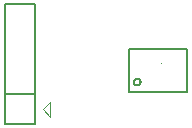
<source format=gto>
G04 ( created by brdgerber.py ( brdgerber.py v0.1 2014-03-12 ) ) date 2020-09-29 22:27:33 EDT*
G04 Gerber Fmt 3.4, Leading zero omitted, Abs format*
%MOIN*%
%FSLAX34Y34*%
G01*
G70*
G90*
G04 APERTURE LIST*
%ADD11C,0.1500*%
%ADD18C,0.0600*%
%ADD12C,0.0000*%
%ADD19C,0.0024*%
%ADD16R,0.0629X0.0709*%
%ADD14C,0.0080*%
%ADD13R,0.0236X0.0866*%
%ADD15C,0.0050*%
%ADD10C,0.0200*%
%ADD17C,0.0060*%
G04 APERTURE END LIST*
G54D11*
D12*
G01X-30800Y12800D02*
G01X-30800Y12800D01*
D12*
G01X-30800Y12800D02*
G01X-30800Y12800D01*
D12*
G01X-30800Y12800D02*
G01X-30800Y12800D01*
G01X-30800Y12800D01*
G01X-30800Y12800D01*
G01X-30800Y12800D01*
G01X-30800Y12800D01*
G01X-30800Y12800D01*
G01X-30800Y12800D01*
G01X-30800Y12800D01*
G01X-30800Y12800D01*
G01X-30800Y12800D01*
G01X-30800Y12800D01*
G01X-30800Y12800D01*
G01X-30800Y12800D01*
G01X-30800Y12800D01*
G01X-30800Y12800D01*
D12*
G01X-30800Y12800D02*
G01X-30800Y12800D01*
G01X-30800Y12800D01*
G01X-30800Y12800D01*
G01X-30800Y12800D01*
G01X-30800Y12800D01*
G01X-30800Y12800D01*
G01X-30800Y12800D01*
G01X-30800Y12800D01*
G01X-30800Y12800D01*
G01X-30800Y12800D01*
G01X-30800Y12800D01*
D12*
G01X-30800Y12800D02*
G01X-30800Y12800D01*
D12*
G01X-30800Y12800D02*
G01X-30800Y12800D01*
G01X-30800Y12800D01*
G01X-30800Y12800D01*
G01X-30800Y12800D01*
D12*
G01X-30800Y12800D02*
G01X-30800Y12800D01*
G01X-30800Y12800D01*
G01X-30800Y12800D01*
G01X-30800Y12800D01*
G01X-30800Y12800D01*
G01X-30800Y12800D01*
G01X-30800Y12800D01*
G01X-30800Y12800D01*
G01X-30800Y12800D01*
G01X-30800Y12800D01*
G01X-30800Y12800D01*
G01X-30800Y12800D01*
D12*
G01X-30800Y12800D02*
G01X-30800Y12800D01*
G01X-30800Y12800D01*
G01X-30800Y12800D01*
G01X-30800Y12800D01*
D15*
G01X-31884Y13258D02*
G01X-29956Y13258D01*
D15*
G01X-29956Y13258D02*
G01X-29956Y11802D01*
D15*
G01X-29956Y11802D02*
G01X-31884Y11802D01*
D15*
G01X-31884Y11802D02*
G01X-31884Y13258D01*
D15*
G01X-31497Y12157D02*
G01X-31497Y12157D01*
G01X-31497Y12160D01*
G01X-31497Y12162D01*
G01X-31497Y12165D01*
G01X-31498Y12168D01*
G01X-31498Y12171D01*
G01X-31498Y12173D01*
G01X-31499Y12176D01*
G01X-31499Y12179D01*
G01X-31500Y12181D01*
G01X-31500Y12184D01*
G01X-31501Y12187D01*
G01X-31502Y12189D01*
G01X-31503Y12192D01*
G01X-31503Y12194D01*
G01X-31504Y12197D01*
G01X-31505Y12199D01*
G01X-31507Y12202D01*
G01X-31508Y12204D01*
G01X-31509Y12207D01*
G01X-31510Y12209D01*
G01X-31511Y12212D01*
G01X-31513Y12214D01*
G01X-31514Y12216D01*
G01X-31516Y12219D01*
G01X-31517Y12221D01*
G01X-31519Y12223D01*
G01X-31520Y12225D01*
G01X-31522Y12227D01*
G01X-31524Y12230D01*
G01X-31526Y12232D01*
G01X-31528Y12234D01*
G01X-31530Y12235D01*
G01X-31531Y12237D01*
G01X-31533Y12239D01*
G01X-31535Y12241D01*
G01X-31538Y12243D01*
G01X-31540Y12245D01*
G01X-31542Y12246D01*
G01X-31544Y12248D01*
G01X-31546Y12249D01*
G01X-31549Y12251D01*
G01X-31551Y12252D01*
G01X-31553Y12254D01*
G01X-31556Y12255D01*
G01X-31558Y12256D01*
G01X-31561Y12257D01*
G01X-31563Y12258D01*
G01X-31566Y12260D01*
G01X-31568Y12261D01*
G01X-31571Y12262D01*
G01X-31573Y12262D01*
G01X-31576Y12263D01*
G01X-31578Y12264D01*
G01X-31581Y12265D01*
G01X-31584Y12265D01*
G01X-31586Y12266D01*
G01X-31589Y12266D01*
G01X-31592Y12267D01*
G01X-31594Y12267D01*
G01X-31597Y12267D01*
G01X-31600Y12268D01*
G01X-31603Y12268D01*
G01X-31605Y12268D01*
G01X-31608Y12268D01*
G01X-31611Y12268D01*
G01X-31613Y12268D01*
G01X-31616Y12268D01*
G01X-31619Y12267D01*
G01X-31622Y12267D01*
G01X-31624Y12267D01*
G01X-31627Y12266D01*
G01X-31630Y12266D01*
G01X-31632Y12265D01*
G01X-31635Y12265D01*
G01X-31638Y12264D01*
G01X-31640Y12263D01*
G01X-31643Y12262D01*
G01X-31645Y12262D01*
G01X-31648Y12261D01*
G01X-31650Y12260D01*
G01X-31653Y12258D01*
G01X-31655Y12257D01*
G01X-31658Y12256D01*
G01X-31660Y12255D01*
G01X-31663Y12254D01*
G01X-31665Y12252D01*
G01X-31667Y12251D01*
G01X-31670Y12249D01*
G01X-31672Y12248D01*
G01X-31674Y12246D01*
G01X-31676Y12245D01*
G01X-31678Y12243D01*
G01X-31681Y12241D01*
G01X-31683Y12239D01*
G01X-31685Y12237D01*
G01X-31686Y12235D01*
G01X-31688Y12234D01*
G01X-31690Y12232D01*
G01X-31692Y12230D01*
G01X-31694Y12227D01*
G01X-31696Y12225D01*
G01X-31697Y12223D01*
G01X-31699Y12221D01*
G01X-31700Y12219D01*
G01X-31702Y12216D01*
G01X-31703Y12214D01*
G01X-31705Y12212D01*
G01X-31706Y12209D01*
G01X-31707Y12207D01*
G01X-31708Y12204D01*
G01X-31709Y12202D01*
G01X-31711Y12199D01*
G01X-31712Y12197D01*
G01X-31713Y12194D01*
G01X-31713Y12192D01*
G01X-31714Y12189D01*
G01X-31715Y12187D01*
G01X-31716Y12184D01*
G01X-31716Y12181D01*
G01X-31717Y12179D01*
G01X-31717Y12176D01*
G01X-31718Y12173D01*
G01X-31718Y12171D01*
G01X-31718Y12168D01*
G01X-31719Y12165D01*
G01X-31719Y12162D01*
G01X-31719Y12160D01*
G01X-31719Y12157D01*
G01X-31719Y12154D01*
G01X-31719Y12152D01*
G01X-31719Y12149D01*
G01X-31718Y12146D01*
G01X-31718Y12143D01*
G01X-31718Y12141D01*
G01X-31717Y12138D01*
G01X-31717Y12135D01*
G01X-31716Y12133D01*
G01X-31716Y12130D01*
G01X-31715Y12127D01*
G01X-31714Y12125D01*
G01X-31713Y12122D01*
G01X-31713Y12120D01*
G01X-31712Y12117D01*
G01X-31711Y12115D01*
G01X-31709Y12112D01*
G01X-31708Y12110D01*
G01X-31707Y12107D01*
G01X-31706Y12105D01*
G01X-31705Y12102D01*
G01X-31703Y12100D01*
G01X-31702Y12098D01*
G01X-31700Y12095D01*
G01X-31699Y12093D01*
G01X-31697Y12091D01*
G01X-31696Y12089D01*
G01X-31694Y12087D01*
G01X-31692Y12084D01*
G01X-31690Y12082D01*
G01X-31688Y12080D01*
G01X-31686Y12079D01*
G01X-31685Y12077D01*
G01X-31683Y12075D01*
G01X-31681Y12073D01*
G01X-31678Y12071D01*
G01X-31676Y12069D01*
G01X-31674Y12068D01*
G01X-31672Y12066D01*
G01X-31670Y12065D01*
G01X-31667Y12063D01*
G01X-31665Y12062D01*
G01X-31663Y12060D01*
G01X-31660Y12059D01*
G01X-31658Y12058D01*
G01X-31655Y12057D01*
G01X-31653Y12056D01*
G01X-31650Y12054D01*
G01X-31648Y12053D01*
G01X-31645Y12052D01*
G01X-31643Y12052D01*
G01X-31640Y12051D01*
G01X-31638Y12050D01*
G01X-31635Y12049D01*
G01X-31632Y12049D01*
G01X-31630Y12048D01*
G01X-31627Y12048D01*
G01X-31624Y12047D01*
G01X-31622Y12047D01*
G01X-31619Y12047D01*
G01X-31616Y12046D01*
G01X-31613Y12046D01*
G01X-31611Y12046D01*
G01X-31608Y12046D01*
G01X-31605Y12046D01*
G01X-31603Y12046D01*
G01X-31600Y12046D01*
G01X-31597Y12047D01*
G01X-31594Y12047D01*
G01X-31592Y12047D01*
G01X-31589Y12048D01*
G01X-31586Y12048D01*
G01X-31584Y12049D01*
G01X-31581Y12049D01*
G01X-31578Y12050D01*
G01X-31576Y12051D01*
G01X-31573Y12052D01*
G01X-31571Y12052D01*
G01X-31568Y12053D01*
G01X-31566Y12054D01*
G01X-31563Y12056D01*
G01X-31561Y12057D01*
G01X-31558Y12058D01*
G01X-31556Y12059D01*
G01X-31553Y12060D01*
G01X-31551Y12062D01*
G01X-31549Y12063D01*
G01X-31546Y12065D01*
G01X-31544Y12066D01*
G01X-31542Y12068D01*
G01X-31540Y12069D01*
G01X-31538Y12071D01*
G01X-31535Y12073D01*
G01X-31533Y12075D01*
G01X-31531Y12077D01*
G01X-31530Y12079D01*
G01X-31528Y12080D01*
G01X-31526Y12082D01*
G01X-31524Y12084D01*
G01X-31522Y12087D01*
G01X-31520Y12089D01*
G01X-31519Y12091D01*
G01X-31517Y12093D01*
G01X-31516Y12095D01*
G01X-31514Y12098D01*
G01X-31513Y12100D01*
G01X-31511Y12102D01*
G01X-31510Y12105D01*
G01X-31509Y12107D01*
G01X-31508Y12110D01*
G01X-31507Y12112D01*
G01X-31505Y12115D01*
G01X-31504Y12117D01*
G01X-31503Y12120D01*
G01X-31503Y12122D01*
G01X-31502Y12125D01*
G01X-31501Y12127D01*
G01X-31500Y12130D01*
G01X-31500Y12133D01*
G01X-31499Y12135D01*
G01X-31499Y12138D01*
G01X-31498Y12141D01*
G01X-31498Y12143D01*
G01X-31498Y12146D01*
G01X-31497Y12149D01*
G01X-31497Y12152D01*
G01X-31497Y12154D01*
G01X-31497Y12157D01*
D17*
G01X-35000Y10750D02*
G01X-36000Y10750D01*
D17*
G01X-36000Y10750D02*
G01X-36000Y11750D01*
D17*
G01X-36000Y11750D02*
G01X-36000Y14750D01*
D17*
G01X-36000Y14750D02*
G01X-35000Y14750D01*
D17*
G01X-35000Y14750D02*
G01X-35000Y11750D01*
D17*
G01X-35000Y11750D02*
G01X-35000Y10750D01*
D17*
G01X-35000Y11750D02*
G01X-36000Y11750D01*
D19*
G01X-34750Y11250D02*
G01X-34500Y11000D01*
D19*
G01X-34500Y11000D02*
G01X-34500Y11500D01*
D19*
G01X-34500Y11500D02*
G01X-34750Y11250D01*
M02*

</source>
